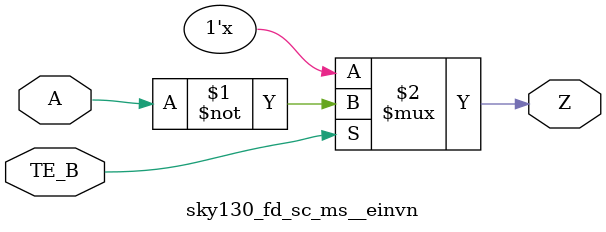
<source format=v>
/*
 * Copyright 2020 The SkyWater PDK Authors
 *
 * Licensed under the Apache License, Version 2.0 (the "License");
 * you may not use this file except in compliance with the License.
 * You may obtain a copy of the License at
 *
 *     https://www.apache.org/licenses/LICENSE-2.0
 *
 * Unless required by applicable law or agreed to in writing, software
 * distributed under the License is distributed on an "AS IS" BASIS,
 * WITHOUT WARRANTIES OR CONDITIONS OF ANY KIND, either express or implied.
 * See the License for the specific language governing permissions and
 * limitations under the License.
 *
 * SPDX-License-Identifier: Apache-2.0
*/


`ifndef SKY130_FD_SC_MS__EINVN_FUNCTIONAL_V
`define SKY130_FD_SC_MS__EINVN_FUNCTIONAL_V

/**
 * einvn: Tri-state inverter, negative enable.
 *
 * Verilog simulation functional model.
 */

`timescale 1ns / 1ps
`default_nettype none

`celldefine
module sky130_fd_sc_ms__einvn (
    Z   ,
    A   ,
    TE_B
);

    // Module ports
    output Z   ;
    input  A   ;
    input  TE_B;

    //     Name     Output  Other arguments
    notif0 notif00 (Z     , A, TE_B        );

endmodule
`endcelldefine

`default_nettype wire
`endif  // SKY130_FD_SC_MS__EINVN_FUNCTIONAL_V

</source>
